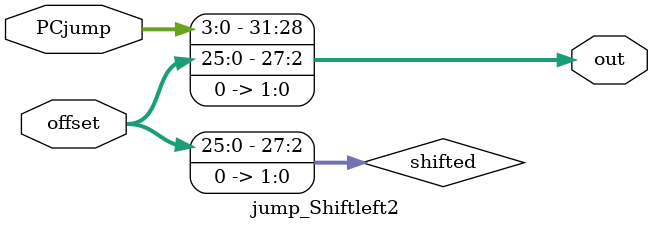
<source format=v>
module jump_Shiftleft2(
    input wire [25:0] offset,
    input wire [3:0] PCjump,
    output wire [31:0] out
);
    wire   [27:0]   shifted;
    assign shifted = {{2'b00}, offset} << 2;
    assign out = {PCjump, shifted};

endmodule
</source>
